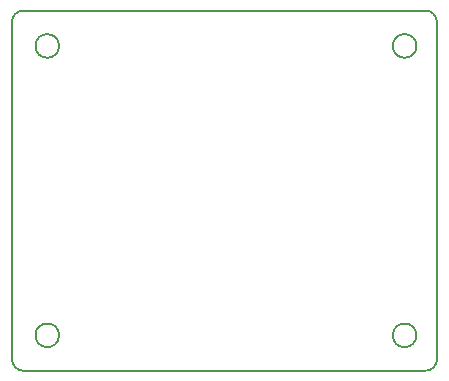
<source format=gbr>
%TF.GenerationSoftware,KiCad,Pcbnew,8.0.1*%
%TF.CreationDate,2025-01-11T03:08:54+01:00*%
%TF.ProjectId,Verteilerplatine,56657274-6569-46c6-9572-706c6174696e,rev?*%
%TF.SameCoordinates,Original*%
%TF.FileFunction,Profile,NP*%
%FSLAX46Y46*%
G04 Gerber Fmt 4.6, Leading zero omitted, Abs format (unit mm)*
G04 Created by KiCad (PCBNEW 8.0.1) date 2025-01-11 03:08:54*
%MOMM*%
%LPD*%
G01*
G04 APERTURE LIST*
%TA.AperFunction,Profile*%
%ADD10C,0.200000*%
%TD*%
G04 APERTURE END LIST*
D10*
X161500000Y-82750001D02*
X127499999Y-82750001D01*
X162500000Y-112250001D02*
X162500000Y-83750001D01*
X127499999Y-113250001D02*
X161500000Y-113250001D01*
X162500000Y-112250001D02*
G75*
G02*
X161500000Y-113250000I-1000000J1D01*
G01*
X126500000Y-83750000D02*
X126500000Y-112250003D01*
X160750000Y-85750001D02*
G75*
G02*
X158750000Y-85750001I-1000000J0D01*
G01*
X158750000Y-85750001D02*
G75*
G02*
X160750000Y-85750001I1000000J0D01*
G01*
X126500000Y-83750000D02*
G75*
G02*
X127499999Y-82750000I1000000J0D01*
G01*
X130500000Y-85750001D02*
G75*
G02*
X128500000Y-85750001I-1000000J0D01*
G01*
X128500000Y-85750001D02*
G75*
G02*
X130500000Y-85750001I1000000J0D01*
G01*
X127499999Y-113250001D02*
G75*
G02*
X126499999Y-112250003I1J1000001D01*
G01*
X130500000Y-110250001D02*
G75*
G02*
X128500000Y-110250001I-1000000J0D01*
G01*
X128500000Y-110250001D02*
G75*
G02*
X130500000Y-110250001I1000000J0D01*
G01*
X161500000Y-82750001D02*
G75*
G02*
X162499999Y-83750001I0J-999999D01*
G01*
X160750000Y-110250001D02*
G75*
G02*
X158750000Y-110250001I-1000000J0D01*
G01*
X158750000Y-110250001D02*
G75*
G02*
X160750000Y-110250001I1000000J0D01*
G01*
M02*

</source>
